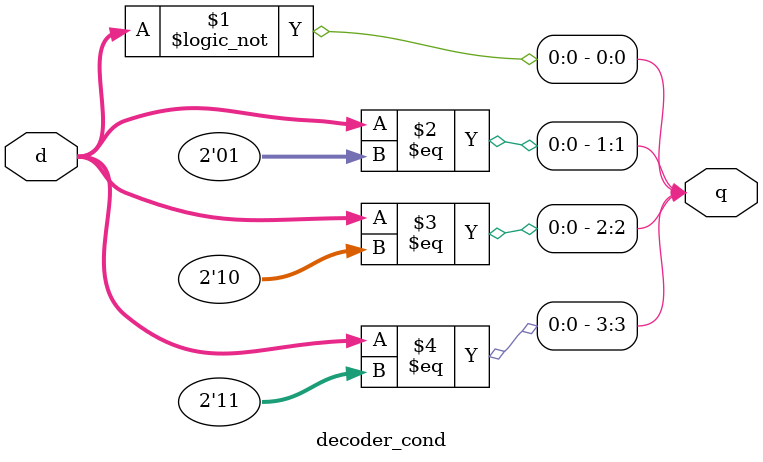
<source format=v>
module decoder_cond( d, q );
input [1:0] d;
output [3:0] q;
assign q[0] = (d==2'b00);
assign q[1] = (d==2'b01); // 入力 d が 2’b01 のとき 1 を出力
assign q[2] = (d==2'b10); // 入力 d が 2’b10 のとき 1 を出力
assign q[3] = (d==2'b11); // 入力 d が 2’b11 のとき 1 を出力
endmodule
</source>
